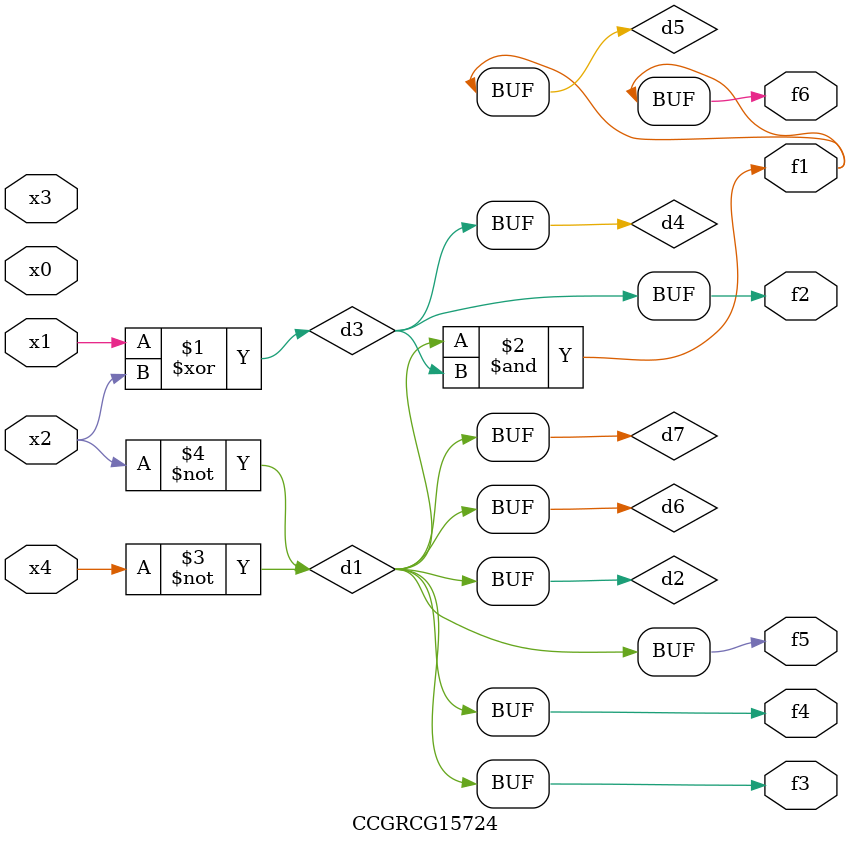
<source format=v>
module CCGRCG15724(
	input x0, x1, x2, x3, x4,
	output f1, f2, f3, f4, f5, f6
);

	wire d1, d2, d3, d4, d5, d6, d7;

	not (d1, x4);
	not (d2, x2);
	xor (d3, x1, x2);
	buf (d4, d3);
	and (d5, d1, d3);
	buf (d6, d1, d2);
	buf (d7, d2);
	assign f1 = d5;
	assign f2 = d4;
	assign f3 = d7;
	assign f4 = d7;
	assign f5 = d7;
	assign f6 = d5;
endmodule

</source>
